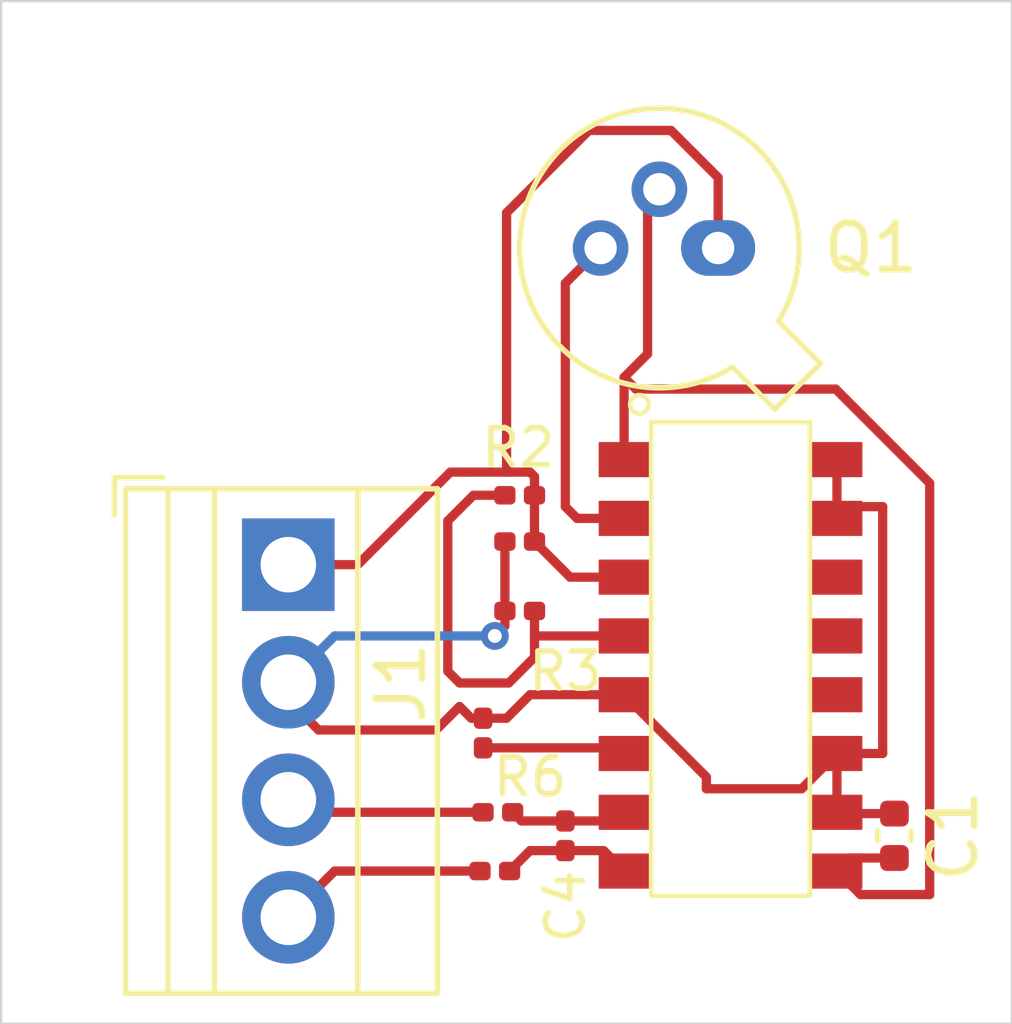
<source format=kicad_pcb>
(kicad_pcb (version 20240108) (generator "pcbnew") (generator_version "8.0")
  (layers (0 "F.Cu" signal) (31 "B.Cu" signal) (34 "B.Paste" user) (35 "F.Paste" user) (36 "B.SilkS" user "B.Silkscreen") (37 "F.SilkS" user "F.Silkscreen") (38 "B.Mask" user) (39 "F.Mask" user) (44 "Edge.Cuts" user))
  (net 0 "")
  (net 2 "Earth")
  (net 3 "Net-(Q1-C)")
  (net 4 "Net-(J1-E+)")
  (net 5 "Net-(U1-VBG)")
  (net 6 "Net-(U1-INNA)")
  (net 8 "Net-(U1-VFB)")
  (net 10 "Net-(U1-INPA)")
  (net 11 "Net-(Q1-B)")
  (net 12 "Net-(J1-S-)")
  (net 13 "Net-(J1-S+)")
  (footprint "Resistor_SMD:R_0201_0603Metric" (layer "F.Cu") (at 77.5 65.5 180)
    (property "Reference" "R3" (at -0.986 -1.302 0) (layer "F.SilkS") (effects (font (size 0.8 0.8) (thickness 0.125))))
    (property "Value" "R_US" (hide yes))
    (pad "1" smd roundrect (at -0.32 0 180) (size 0.46 0.4) (layers "F.Cu" "F.Mask") (net 8 "Net-(U1-VFB)"))
    (pad "2" smd roundrect (at 0.32 0 180) (size 0.46 0.4) (layers "F.Cu" "F.Mask") (net 2 "Earth"))
  )
  (footprint "Capacitor_SMD:C_0201_0603Metric" (layer "F.Cu") (at 77.5 64 180)
    (property "Reference" "C3" (hide yes))
    (property "Value" "C" (hide yes))
    (pad "1" smd roundrect (at -0.32 0 180) (size 0.46 0.4) (layers "F.Cu" "F.Mask") (net 4 "Net-(J1-E+)"))
    (pad "2" smd roundrect (at 0.32 0 180) (size 0.46 0.4) (layers "F.Cu" "F.Mask") (net 2 "Earth"))
  )
  (footprint "Capacitor_SMD:C_0201_0603Metric" (layer "F.Cu") (at 76.708 68.138 -90)
    (property "Reference" "C2" (hide yes))
    (property "Value" "C" (hide yes))
    (pad "1" smd roundrect (at -0.32 0 270) (size 0.46 0.4) (layers "F.Cu" "F.Mask") (net 2 "Earth"))
    (pad "2" smd roundrect (at 0.32 0 270) (size 0.46 0.4) (layers "F.Cu" "F.Mask") (net 5 "Net-(U1-VBG)"))
  )
  (footprint "Resistor_SMD:R_0201_0603Metric" (layer "F.Cu") (at 77.5 63 180)
    (property "Reference" "R2" (at 0.03 1.024 0) (layer "F.SilkS") (effects (font (size 0.8 0.8) (thickness 0.125))))
    (property "Value" "R_US" (hide yes))
    (pad "1" smd roundrect (at -0.32 0 180) (size 0.46 0.4) (layers "F.Cu" "F.Mask") (net 4 "Net-(J1-E+)"))
    (pad "2" smd roundrect (at 0.32 0 180) (size 0.46 0.4) (layers "F.Cu" "F.Mask") (net 8 "Net-(U1-VFB)"))
  )
  (footprint "TerminalBlock:TerminalBlock_Xinya_XY308-2.54-4P_1x04_P2.54mm_Horizontal" (layer "F.Cu") (at 72.5 64.5 -90)
    (property "Reference" "J1" (at 2.556 -2.43 90) (layer "F.SilkS"))
    (property "Value" "Screw_Terminal_01x04" (hide yes))
    (fp_line (start -1.88 3.76) (end -1.08 3.76) (stroke (width 0.12)) (layer "F.SilkS"))
    (fp_line (start -1.64 3.52) (end 9.26 3.52) (stroke (width 0.12)) (layer "F.SilkS"))
    (fp_line (start -1.88 2.72) (end -1.88 3.76) (stroke (width 0.12)) (layer "F.SilkS"))
    (fp_line (start -1.64 2.6) (end 9.26 2.6) (stroke (width 0.12)) (layer "F.SilkS"))
    (fp_line (start -1.64 1.6) (end 9.26 1.6) (stroke (width 0.12)) (layer "F.SilkS"))
    (fp_line (start -1.64 -1.501) (end 9.26 -1.501) (stroke (width 0.12)) (layer "F.SilkS"))
    (fp_line (start -1.64 -3.22) (end -1.64 3.52) (stroke (width 0.12)) (layer "F.SilkS"))
    (fp_line (start -1.64 -3.22) (end 9.26 -3.22) (stroke (width 0.12)) (layer "F.SilkS"))
    (fp_line (start 9.26 -3.22) (end 9.26 3.52) (stroke (width 0.12)) (layer "F.SilkS"))
    (pad "1" thru_hole rect (at 0 0 270) (size 2 2) (drill 1.2) (layers "*.Cu" "*.Mask") (net 4 "Net-(J1-E+)"))
    (pad "2" thru_hole circle (at 2.54 0 270) (size 2 2) (drill 1.2) (layers "*.Cu" "*.Mask") (net 2 "Earth"))
    (pad "3" thru_hole circle (at 5.08 0 270) (size 2 2) (drill 1.2) (layers "*.Cu" "*.Mask") (net 12 "Net-(J1-S-)"))
    (pad "4" thru_hole circle (at 7.62 0 270) (size 2 2) (drill 1.2) (layers "*.Cu" "*.Mask") (net 13 "Net-(J1-S+)"))
  )
  (footprint "Resistor_SMD:R_0201_0603Metric" (layer "F.Cu") (at 77.028 69.85)
    (property "Reference" "R6" (at 0.696 -0.762 0) (layer "F.SilkS") (effects (font (size 0.8 0.8) (thickness 0.125))))
    (property "Value" "R_US" (hide yes))
    (pad "1" smd roundrect (at -0.32 0) (size 0.46 0.4) (layers "F.Cu" "F.Mask") (net 12 "Net-(J1-S-)"))
    (pad "2" smd roundrect (at 0.32 0) (size 0.46 0.4) (layers "F.Cu" "F.Mask") (net 6 "Net-(U1-INNA)"))
  )
  (footprint "Capacitor_SMD:C_0402_1005Metric" (layer "F.Cu") (at 85.598 70.358 90)
    (property "Reference" "C1" (at 0 1.27 90) (layer "F.SilkS"))
    (property "Value" "10uF" (hide yes))
    (fp_line (start -0.107836 -0.36) (end 0.107836 -0.36) (stroke (width 0.12)) (layer "F.SilkS"))
    (fp_line (start -0.107836 0.36) (end 0.107836 0.36) (stroke (width 0.12)) (layer "F.SilkS"))
    (pad "1" smd roundrect (at -0.48 0 90) (size 0.56 0.62) (layers "F.Cu" "F.Paste" "F.Mask") (net 11 "Net-(Q1-B)"))
    (pad "2" smd roundrect (at 0.48 0 90) (size 0.56 0.62) (layers "F.Cu" "F.Paste" "F.Mask") (net 2 "Earth"))
  )
  (footprint "syam pcbbb:HX7111" (layer "F.Cu") (at 87.5792 58.2168)
    (property "Reference" "U1" (hide yes))
    (property "Value" "HX711")
    (fp_rect (start -7.239 3.2004) (end -3.81 13.4366) (stroke (width 0.1)) (fill none) (layer "F.SilkS"))
    (fp_circle (center -7.493 2.8194) (end -7.293 2.8194) (stroke (width 0.1)) (fill none) (layer "F.SilkS"))
    (pad "1" smd roundrect (at -7.8232 4.0132) (size 1.1 0.76) (layers "F.Cu" "F.Paste" "F.Mask") (roundrect_rratio 0.02) (net 11 "Net-(Q1-B)"))
    (pad "2" smd roundrect (at -7.8232 5.2832) (size 1.1 0.76) (layers "F.Cu" "F.Paste" "F.Mask") (roundrect_rratio 0.02) (net 3 "Net-(Q1-C)"))
    (pad "3" smd roundrect (at -7.8232 6.5532) (size 1.1 0.76) (layers "F.Cu" "F.Paste" "F.Mask") (roundrect_rratio 0.02) (net 4 "Net-(J1-E+)"))
    (pad "4" smd roundrect (at -7.8232 7.8232) (size 1.1 0.76) (layers "F.Cu" "F.Paste" "F.Mask") (roundrect_rratio 0.02) (net 8 "Net-(U1-VFB)"))
    (pad "5" smd roundrect (at -7.8232 9.0932) (size 1.1 0.76) (layers "F.Cu" "F.Paste" "F.Mask") (roundrect_rratio 0.02) (net 2 "Earth"))
    (pad "6" smd roundrect (at -7.8232 10.3632) (size 1.1 0.76) (layers "F.Cu" "F.Paste" "F.Mask") (roundrect_rratio 0.02) (net 5 "Net-(U1-VBG)"))
    (pad "7" smd roundrect (at -7.8232 11.6332) (size 1.1 0.76) (layers "F.Cu" "F.Paste" "F.Mask") (roundrect_rratio 0.02) (net 6 "Net-(U1-INNA)"))
    (pad "8" smd roundrect (at -7.8232 12.9032) (size 1.1 0.76) (layers "F.Cu" "F.Paste" "F.Mask") (roundrect_rratio 0.02) (net 10 "Net-(U1-INPA)"))
    (pad "9" smd roundrect (at -3.2232 4.0132) (size 1.1 0.76) (layers "F.Cu" "F.Paste" "F.Mask") (roundrect_rratio 0.02) (net 2 "Earth"))
    (pad "10" smd roundrect (at -3.2232 5.2832) (size 1.1 0.76) (layers "F.Cu" "F.Paste" "F.Mask") (roundrect_rratio 0.02) (net 2 "Earth"))
    (pad "11" smd roundrect (at -3.2232 6.5532) (size 1.1 0.76) (layers "F.Cu" "F.Paste" "F.Mask") (roundrect_rratio 0.02))
    (pad "12" smd roundrect (at -3.2232 7.8232) (size 1.1 0.76) (layers "F.Cu" "F.Paste" "F.Mask") (roundrect_rratio 0.02))
    (pad "13" smd roundrect (at -3.2232 9.0932) (size 1.1 0.76) (layers "F.Cu" "F.Paste" "F.Mask") (roundrect_rratio 0.02))
    (pad "14" smd roundrect (at -3.2232 10.3632) (size 1.1 0.76) (layers "F.Cu" "F.Paste" "F.Mask") (roundrect_rratio 0.02) (net 2 "Earth"))
    (pad "15" smd roundrect (at -3.2232 11.6332) (size 1.1 0.76) (layers "F.Cu" "F.Paste" "F.Mask") (roundrect_rratio 0.02) (net 2 "Earth"))
    (pad "16" smd roundrect (at -3.2232 12.9032) (size 1.1 0.76) (layers "F.Cu" "F.Paste" "F.Mask") (roundrect_rratio 0.02) (net 11 "Net-(Q1-B)"))
  )
  (footprint "Package_TO_SOT_THT:TO-18-3" (layer "F.Cu") (at 81.788 57.658 180)
    (property "Reference" "Q1" (at -3.302 0 0) (layer "F.SilkS"))
    (property "Value" "BC107")
    (fp_line (start -0.312331 -2.572281) (end -1.224499 -3.484448) (stroke (width 0.12)) (layer "F.SilkS"))
    (fp_line (start -1.224499 -3.484448) (end -2.214448 -2.494499) (stroke (width 0.12)) (layer "F.SilkS"))
    (fp_line (start -2.214448 -2.494499) (end -1.302281 -1.582331) (stroke (width 0.12)) (layer "F.SilkS"))
    (fp_arc (start -0.312331 -2.572281) (mid 3.405374 2.135551) (end -1.30215 -1.582544) (stroke (width 0.12)) (layer "F.SilkS"))
    (pad "1" thru_hole oval (at 0 0 180) (size 1.6 1.2) (drill 0.7) (layers "*.Cu" "*.Mask") (net 4 "Net-(J1-E+)"))
    (pad "2" thru_hole oval (at 1.27 1.27 180) (size 1.2 1.2) (drill 0.7) (layers "*.Cu" "*.Mask") (net 11 "Net-(Q1-B)"))
    (pad "3" thru_hole oval (at 2.54 0 180) (size 1.2 1.2) (drill 0.7) (layers "*.Cu" "*.Mask") (net 3 "Net-(Q1-C)"))
  )
  (footprint "Capacitor_SMD:C_0201_0603Metric" (layer "F.Cu") (at 78.486 70.358 -90)
    (property "Reference" "C4" (at 1.524 0 90) (layer "F.SilkS") (effects (font (size 0.8 0.8) (thickness 0.125))))
    (property "Value" "C" (hide yes))
    (pad "1" smd roundrect (at -0.32 0 270) (size 0.46 0.4) (layers "F.Cu" "F.Mask") (net 6 "Net-(U1-INNA)"))
    (pad "2" smd roundrect (at 0.32 0 270) (size 0.46 0.4) (layers "F.Cu" "F.Mask") (net 10 "Net-(U1-INPA)"))
  )
  (footprint "Resistor_SMD:R_0201_0603Metric" (layer "F.Cu") (at 76.962 71.12)
    (property "Reference" "R5" (hide yes))
    (property "Value" "R_US" (hide yes))
    (pad "1" smd roundrect (at -0.32 0) (size 0.46 0.4) (layers "F.Cu" "F.Mask") (net 13 "Net-(J1-S+)"))
    (pad "2" smd roundrect (at 0.32 0) (size 0.46 0.4) (layers "F.Cu" "F.Mask") (net 10 "Net-(U1-INPA)"))
  )
  (gr_rect (start 66.294 52.324) (end 88.138 74.422) (stroke (width 0.05)) (fill none) (layer "Edge.Cuts"))
  (segment (start 73.152 68.072) (end 75.692 68.072) (width 0.2) (layer "F.Cu") (net 2))
  (segment (start 77.18 65.822) (end 77.18 65.5) (width 0.2) (layer "F.Cu") (net 2))
  (segment (start 84.356 62.23) (end 84.356 63.5) (width 0.2) (layer "F.Cu") (net 2))
  (segment (start 75.692 68.072) (end 76.2 67.564) (width 0.2) (layer "F.Cu") (net 2))
  (segment (start 85.344 63.246) (end 84.61 63.246) (width 0.2) (layer "F.Cu") (net 2))
  (segment (start 81.534 69.088) (end 81.534 69.342) (width 0.2) (layer "F.Cu") (net 2))
  (segment (start 84.356 68.58) (end 84.356 69.85) (width 0.2) (layer "F.Cu") (net 2))
  (segment (start 77.18 64) (end 77.18 65.5) (width 0.2) (layer "F.Cu") (net 2))
  (segment (start 79.756 67.31) (end 81.534 69.088) (width 0.2) (layer "F.Cu") (net 2))
  (segment (start 77.216 67.818) (end 76.708 67.818) (width 0.2) (layer "F.Cu") (net 2))
  (segment (start 79.502 67.056) (end 79.756 67.31) (width 0.2) (layer "F.Cu") (net 2))
  (segment (start 85.598 69.878) (end 84.384 69.878) (width 0.2) (layer "F.Cu") (net 2))
  (segment (start 84.61 63.246) (end 84.356 63.5) (width 0.2) (layer "F.Cu") (net 2))
  (segment (start 77.724 67.31) (end 77.216 67.818) (width 0.2) (layer "F.Cu") (net 2))
  (segment (start 76.962 66.04) (end 77.18 65.822) (width 0.2) (layer "F.Cu") (net 2))
  (segment (start 83.594 69.342) (end 84.356 68.58) (width 0.2) (layer "F.Cu") (net 2))
  (segment (start 72.5 67.04) (end 72.5 67.42) (width 0.2) (layer "F.Cu") (net 2))
  (segment (start 84.384 69.878) (end 84.356 69.85) (width 0.2) (layer "F.Cu") (net 2))
  (segment (start 79.756 67.31) (end 77.724 67.31) (width 0.2) (layer "F.Cu") (net 2))
  (segment (start 76.454 67.818) (end 76.708 67.818) (width 0.2) (layer "F.Cu") (net 2))
  (segment (start 85.344 68.58) (end 85.344 63.246) (width 0.2) (layer "F.Cu") (net 2))
  (segment (start 76.2 67.564) (end 76.454 67.818) (width 0.2) (layer "F.Cu") (net 2))
  (segment (start 81.534 69.342) (end 83.594 69.342) (width 0.2) (layer "F.Cu") (net 2))
  (segment (start 72.5 67.42) (end 73.152 68.072) (width 0.2) (layer "F.Cu") (net 2))
  (segment (start 84.356 68.58) (end 85.344 68.58) (width 0.2) (layer "F.Cu") (net 2))
  (via (at 76.962 66.04) (size 0.6) (drill 0.3) (layers "F.Cu" "B.Cu") (net 2))
  (segment (start 76.962 66.04) (end 73.5 66.04) (width 0.2) (layer "B.Cu") (net 2))
  (segment (start 73.5 66.04) (end 72.5 67.04) (width 0.2) (layer "B.Cu") (net 2))
  (segment (start 78.74 63.5) (end 79.756 63.5) (width 0.2) (layer "F.Cu") (net 3))
  (segment (start 79.248 57.658) (end 78.486 58.42) (width 0.2) (layer "F.Cu") (net 3))
  (segment (start 78.486 58.42) (end 78.486 63.246) (width 0.2) (layer "F.Cu") (net 3))
  (segment (start 78.486 63.246) (end 78.74 63.5) (width 0.2) (layer "F.Cu") (net 3))
  (segment (start 81.788 56.134) (end 81.788 57.658) (width 0.2) (layer "F.Cu") (net 4))
  (segment (start 80.772 55.118) (end 81.788 56.134) (width 0.2) (layer "F.Cu") (net 4))
  (segment (start 77.82 64) (end 77.82 63) (width 0.2) (layer "F.Cu") (net 4))
  (segment (start 77.82 63) (end 77.82 62.596) (width 0.2) (layer "F.Cu") (net 4))
  (segment (start 77.216 62.5) (end 77.724 62.5) (width 0.2) (layer "F.Cu") (net 4))
  (segment (start 77.216 56.896) (end 78.994 55.118) (width 0.2) (layer "F.Cu") (net 4))
  (segment (start 74 64.5) (end 76 62.5) (width 0.2) (layer "F.Cu") (net 4))
  (segment (start 78.59 64.77) (end 79.756 64.77) (width 0.2) (layer "F.Cu") (net 4))
  (segment (start 77.216 62.5) (end 77.216 56.896) (width 0.2) (layer "F.Cu") (net 4))
  (segment (start 77.82 62.596) (end 77.724 62.5) (width 0.2) (layer "F.Cu") (net 4))
  (segment (start 72.5 64.5) (end 74 64.5) (width 0.2) (layer "F.Cu") (net 4))
  (segment (start 76 62.5) (end 76.454 62.5) (width 0.2) (layer "F.Cu") (net 4))
  (segment (start 77.82 64) (end 78.59 64.77) (width 0.2) (layer "F.Cu") (net 4))
  (segment (start 76.454 62.5) (end 77.216 62.5) (width 0.2) (layer "F.Cu") (net 4))
  (segment (start 78.994 55.118) (end 80.772 55.118) (width 0.2) (layer "F.Cu") (net 4))
  (segment (start 76.708 68.458) (end 79.634 68.458) (width 0.2) (layer "F.Cu") (net 5))
  (segment (start 79.634 68.458) (end 79.756 68.58) (width 0.2) (layer "F.Cu") (net 5))
  (segment (start 77.536 70.038) (end 77.348 69.85) (width 0.2) (layer "F.Cu") (net 6))
  (segment (start 79.568 70.038) (end 79.756 69.85) (width 0.2) (layer "F.Cu") (net 6))
  (segment (start 78.486 70.038) (end 79.568 70.038) (width 0.2) (layer "F.Cu") (net 6))
  (segment (start 78.486 70.038) (end 77.536 70.038) (width 0.2) (layer "F.Cu") (net 6))
  (segment (start 77.264 67.056) (end 77.82 66.5) (width 0.2) (layer "F.Cu") (net 8))
  (segment (start 77.82 65.5) (end 77.82 66.04) (width 0.2) (layer "F.Cu") (net 8))
  (segment (start 76.5 63) (end 75.946 63.554) (width 0.2) (layer "F.Cu") (net 8))
  (segment (start 75.946 63.554) (end 75.946 66.802) (width 0.2) (layer "F.Cu") (net 8))
  (segment (start 77.82 66.04) (end 79.756 66.04) (width 0.2) (layer "F.Cu") (net 8))
  (segment (start 76.2 67.056) (end 77.264 67.056) (width 0.2) (layer "F.Cu") (net 8))
  (segment (start 77.18 63) (end 76.5 63) (width 0.2) (layer "F.Cu") (net 8))
  (segment (start 77.82 66.04) (end 77.82 66.5) (width 0.2) (layer "F.Cu") (net 8))
  (segment (start 75.946 66.802) (end 76.2 67.056) (width 0.2) (layer "F.Cu") (net 8))
  (segment (start 77.724 70.678) (end 77.282 71.12) (width 0.2) (layer "F.Cu") (net 10))
  (segment (start 79.314 70.678) (end 79.756 71.12) (width 0.2) (layer "F.Cu") (net 10))
  (segment (start 78.486 70.678) (end 77.724 70.678) (width 0.2) (layer "F.Cu") (net 10))
  (segment (start 78.486 70.678) (end 79.314 70.678) (width 0.2) (layer "F.Cu") (net 10))
  (segment (start 80.264 59.944) (end 79.756 60.452) (width 0.2) (layer "F.Cu") (net 11))
  (segment (start 79.756 60.452) (end 79.756 62.23) (width 0.2) (layer "F.Cu") (net 11))
  (segment (start 80.518 56.388) (end 80.264 56.642) (width 0.2) (layer "F.Cu") (net 11))
  (segment (start 86.36 62.738) (end 84.328 60.706) (width 0.2) (layer "F.Cu") (net 11))
  (segment (start 85.598 70.838) (end 84.638 70.838) (width 0.2) (layer "F.Cu") (net 11))
  (segment (start 86.36 71.628) (end 86.36 62.738) (width 0.2) (layer "F.Cu") (net 11))
  (segment (start 84.864 71.628) (end 86.36 71.628) (width 0.2) (layer "F.Cu") (net 11))
  (segment (start 80.01 60.706) (end 79.756 60.452) (width 0.2) (layer "F.Cu") (net 11))
  (segment (start 80.264 56.642) (end 80.264 59.944) (width 0.2) (layer "F.Cu") (net 11))
  (segment (start 84.328 60.706) (end 80.01 60.706) (width 0.2) (layer "F.Cu") (net 11))
  (segment (start 84.356 71.12) (end 84.864 71.628) (width 0.2) (layer "F.Cu") (net 11))
  (segment (start 84.356 71.12) (end 84.638 70.838) (width 0.2) (layer "F.Cu") (net 11))
  (segment (start 76.708 69.85) (end 72.77 69.85) (width 0.2) (layer "F.Cu") (net 12))
  (segment (start 72.77 69.85) (end 72.5 69.58) (width 0.2) (layer "F.Cu") (net 12))
  (segment (start 73.5 71.12) (end 72.5 72.12) (width 0.2) (layer "F.Cu") (net 13))
  (segment (start 76.642 71.12) (end 73.5 71.12) (width 0.2) (layer "F.Cu") (net 13))
)
</source>
